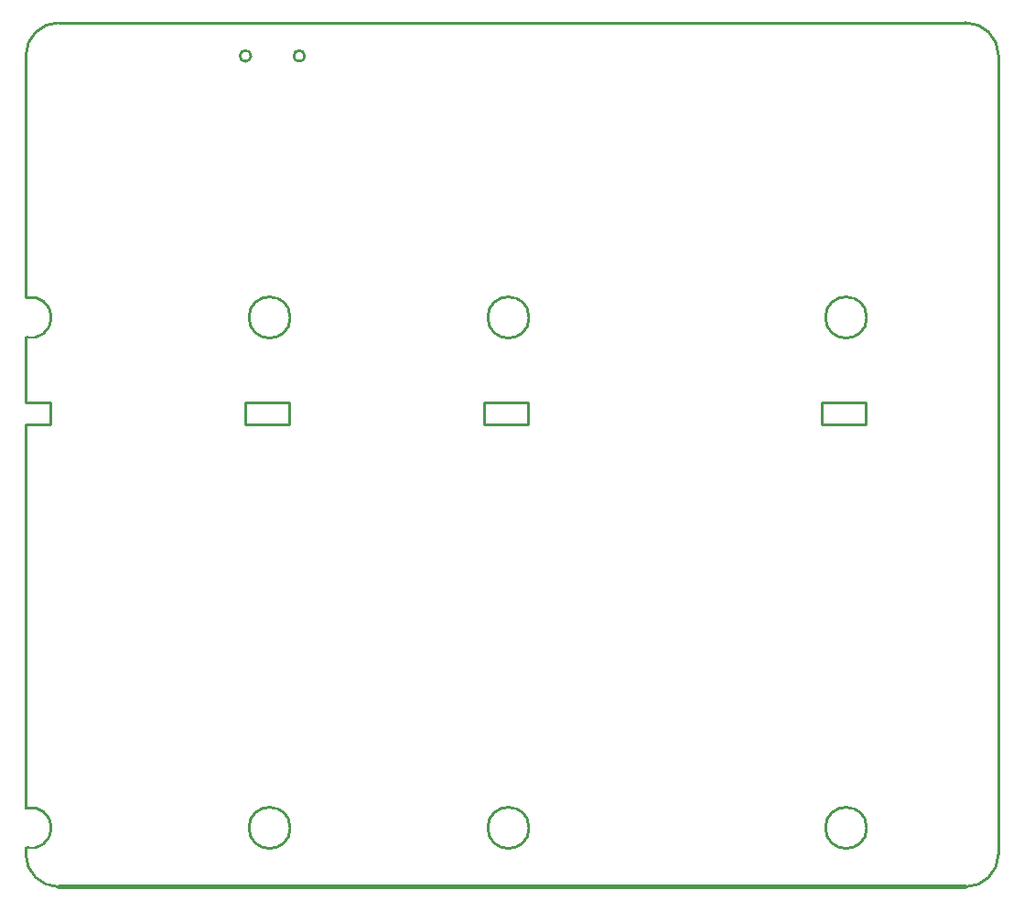
<source format=gm1>
G04*
G04 #@! TF.GenerationSoftware,Altium Limited,Altium Designer,20.2.6 (244)*
G04*
G04 Layer_Color=16711935*
%FSLAX24Y24*%
%MOIN*%
G70*
G04*
G04 #@! TF.SameCoordinates,2017631A-D77C-4579-BA5B-B5A4186395AE*
G04*
G04*
G04 #@! TF.FilePolarity,Positive*
G04*
G01*
G75*
%ADD11C,0.0100*%
%ADD17C,0.0080*%
D11*
X42520Y48230D02*
G03*
X42520Y48230I-200J0D01*
G01*
X44480D02*
G03*
X44480Y48230I-200J0D01*
G01*
X69750Y48250D02*
G03*
X68550Y49442I-1196J-4D01*
G01*
X35520D02*
G03*
X34320Y48242I0J-1200D01*
G01*
X68550Y17950D02*
G03*
X69750Y19150I0J1200D01*
G01*
X34320Y19142D02*
G03*
X35520Y17950I1196J4D01*
G01*
X34320Y19372D02*
G03*
X34319Y20828I180J728D01*
G01*
X34324Y37971D02*
G03*
X34325Y39429I176J729D01*
G01*
X64950Y20100D02*
G03*
X64950Y20100I-750J0D01*
G01*
X64950Y38700D02*
G03*
X64950Y38700I-750J0D01*
G01*
X43950Y38700D02*
G03*
X43950Y38700I-750J0D01*
G01*
Y20100D02*
G03*
X43950Y20100I-750J0D01*
G01*
X52650Y38700D02*
G03*
X52650Y38700I-750J0D01*
G01*
X52650Y20100D02*
G03*
X52650Y20100I-750J0D01*
G01*
X34320Y39434D02*
Y48242D01*
X35520Y49442D02*
X68550D01*
X69750Y19150D02*
Y48250D01*
X35520Y17950D02*
X68550D01*
X34320Y19142D02*
Y19372D01*
X34319Y35600D02*
Y37971D01*
Y35600D02*
X35200D01*
X34319Y34800D02*
X34319Y20828D01*
X63300Y34800D02*
Y35600D01*
X64900Y34800D02*
Y35600D01*
X63300D02*
X64900D01*
X63300Y34800D02*
X64900D01*
X51000D02*
X52600D01*
X51000Y35600D02*
X52600D01*
Y34800D02*
Y35600D01*
X51000Y34800D02*
Y35600D01*
X42300Y34800D02*
X43900D01*
X42300Y35600D02*
X43900D01*
Y34800D02*
Y35600D01*
X42300Y34800D02*
Y35600D01*
X35200Y34800D02*
Y35600D01*
X34319Y34800D02*
X35200D01*
X42520Y48230D02*
G03*
X42520Y48230I-200J0D01*
G01*
X44480D02*
G03*
X44480Y48230I-200J0D01*
G01*
X69750Y48250D02*
G03*
X68550Y49442I-1196J-4D01*
G01*
X35520D02*
G03*
X34320Y48242I0J-1200D01*
G01*
X68550Y17950D02*
G03*
X69750Y19150I0J1200D01*
G01*
X34320Y19142D02*
G03*
X35520Y17950I1196J4D01*
G01*
X34320Y19372D02*
G03*
X34319Y20828I180J728D01*
G01*
X34324Y37971D02*
G03*
X34325Y39429I176J729D01*
G01*
X64950Y20100D02*
G03*
X64950Y20100I-750J0D01*
G01*
X64950Y38700D02*
G03*
X64950Y38700I-750J0D01*
G01*
X43950Y38700D02*
G03*
X43950Y38700I-750J0D01*
G01*
Y20100D02*
G03*
X43950Y20100I-750J0D01*
G01*
X52650Y38700D02*
G03*
X52650Y38700I-750J0D01*
G01*
X52650Y20100D02*
G03*
X52650Y20100I-750J0D01*
G01*
X34320Y39434D02*
Y48242D01*
X35520Y49442D02*
X68550D01*
X69750Y19150D02*
Y48250D01*
X35520Y17950D02*
X68550D01*
X34320Y19142D02*
Y19372D01*
X34319Y35600D02*
Y37971D01*
Y35600D02*
X35200D01*
X34319Y34800D02*
X34319Y20828D01*
X63300Y34800D02*
Y35600D01*
X64900Y34800D02*
Y35600D01*
X63300D02*
X64900D01*
X63300Y34800D02*
X64900D01*
X51000D02*
X52600D01*
X51000Y35600D02*
X52600D01*
Y34800D02*
Y35600D01*
X51000Y34800D02*
Y35600D01*
X42300Y34800D02*
X43900D01*
X42300Y35600D02*
X43900D01*
Y34800D02*
Y35600D01*
X42300Y34800D02*
Y35600D01*
X35200Y34800D02*
Y35600D01*
X34319Y34800D02*
X35200D01*
D17*
X68550Y17900D02*
G03*
X68600Y17950I0J50D01*
G01*
D02*
G03*
X68550Y18000I-50J0D01*
G01*
X35520D02*
G03*
X35520Y17900I0J-50D01*
G01*
X68550D01*
X35520Y18000D02*
X68550D01*
Y17900D02*
G03*
X68600Y17950I0J50D01*
G01*
D02*
G03*
X68550Y18000I-50J0D01*
G01*
X35520D02*
G03*
X35520Y17900I0J-50D01*
G01*
X68550D01*
X35520Y18000D02*
X68550D01*
M02*

</source>
